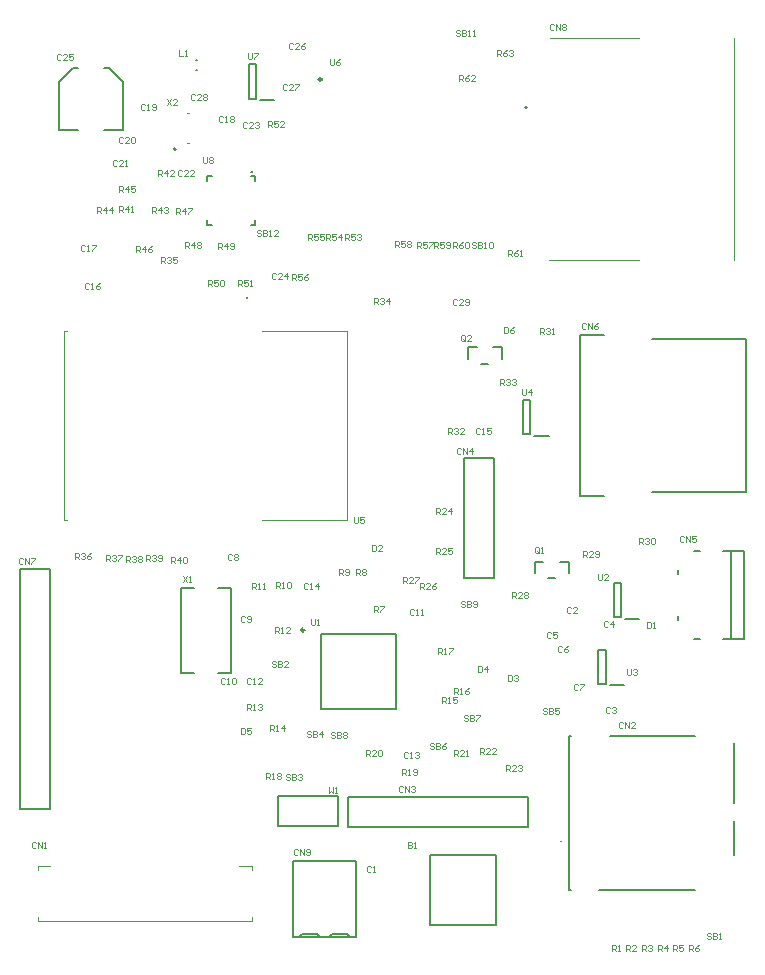
<source format=gto>
G04*
G04 #@! TF.GenerationSoftware,Altium Limited,Altium Designer,20.1.11 (218)*
G04*
G04 Layer_Color=65535*
%FSLAX24Y24*%
%MOIN*%
G70*
G04*
G04 #@! TF.SameCoordinates,FE305F3D-5073-4B85-8CB4-D00664FC1F7A*
G04*
G04*
G04 #@! TF.FilePolarity,Positive*
G04*
G01*
G75*
%ADD10C,0.0079*%
%ADD11C,0.0098*%
%ADD12C,0.0039*%
%ADD13C,0.0040*%
D10*
X28534Y41527D02*
G03*
X28613Y41527I39J0D01*
G01*
D02*
G03*
X28534Y41527I-39J0D01*
G01*
X40241Y42908D02*
G03*
X40320Y42908I39J0D01*
G01*
D02*
G03*
X40241Y42908I-39J0D01*
G01*
X30978Y36591D02*
G03*
X30978Y36552I0J-20D01*
G01*
D02*
G03*
X30978Y36591I0J20D01*
G01*
D02*
G03*
X30978Y36552I0J-20D01*
G01*
X31032Y43204D02*
X31268D01*
X31032D02*
Y44356D01*
X31268D01*
Y43204D02*
Y44356D01*
X31406Y43150D02*
X31878D01*
X29270Y44487D02*
X29310D01*
X29270Y44173D02*
X29310D01*
X29270Y44173D02*
X29310D01*
X29270Y44488D02*
X29310D01*
X25189Y44244D02*
X25347D01*
X24717Y43771D02*
X25189Y44244D01*
X24717Y42157D02*
Y43771D01*
Y42157D02*
X25347D01*
X26213Y44244D02*
X26371D01*
X26843Y43771D01*
Y42157D02*
Y43771D01*
X26213Y42157D02*
X26843D01*
X44466Y35199D02*
X47616D01*
Y30081D02*
Y35199D01*
X42065Y35317D02*
X42892D01*
X44466Y30081D02*
X47616D01*
X42065Y29963D02*
X42892D01*
X42065Y35317D02*
X42065Y29963D01*
X39481Y34542D02*
Y34916D01*
X39186D02*
X39481D01*
X38339D02*
X38634D01*
X38339Y34542D02*
Y34916D01*
X38792Y34364D02*
X39028D01*
X38210Y31240D02*
X39210D01*
Y27240D02*
Y31240D01*
X38210Y27240D02*
Y31240D01*
Y27240D02*
X39210D01*
X43212Y25924D02*
X43448D01*
X43212D02*
Y27076D01*
X43448D01*
Y25924D02*
Y27076D01*
X43586Y25870D02*
X44058D01*
X42695Y23685D02*
X42951D01*
X42695D02*
Y24846D01*
X42951D01*
Y23685D02*
Y24846D01*
X43089Y23675D02*
X43542D01*
X23420Y19540D02*
Y27540D01*
Y19540D02*
X24420D01*
Y27540D01*
X23420D02*
X24420D01*
X34350Y18920D02*
X40350D01*
X34350Y19920D02*
X40350D01*
X34350Y18920D02*
Y19920D01*
X40350Y18920D02*
Y19920D01*
X32810Y15370D02*
X33310D01*
X32710Y15260D02*
X32810Y15370D01*
X33310D02*
X33410Y15260D01*
X34310Y15370D02*
X34410Y15260D01*
X33710D02*
X33810Y15370D01*
X34310D01*
X32497Y17780D02*
X34584D01*
X32497Y15260D02*
Y17780D01*
Y15260D02*
X34623D01*
Y17780D01*
X34584D02*
X34623D01*
X37065Y18011D02*
X39285D01*
X37065Y15649D02*
Y18011D01*
X39285Y15649D02*
Y18011D01*
X37065Y15649D02*
X39285D01*
X30004Y24064D02*
X30456D01*
X30004Y26899D02*
X30456D01*
X28764D02*
X29216D01*
X28764Y24064D02*
X29216D01*
X30456D02*
Y26899D01*
X28764Y24064D02*
Y26899D01*
X33457Y25352D02*
X35937D01*
Y22872D02*
Y25352D01*
X33457Y22872D02*
X35937D01*
X33457D02*
Y25352D01*
X42728Y16819D02*
X45917D01*
X41698D02*
X41783D01*
X41698D02*
Y21961D01*
X41783D01*
X43082D02*
X45917D01*
X47216Y21713D02*
X47222Y19744D01*
Y18012D02*
Y19114D01*
X31257Y39003D02*
Y39160D01*
X31100Y39003D02*
X31257D01*
X29643D02*
X29800D01*
X29643D02*
Y39160D01*
Y40460D02*
Y40617D01*
X29800D01*
X31257Y40460D02*
Y40617D01*
X31100D02*
X31257D01*
X47110Y28119D02*
X47543D01*
Y25206D02*
Y28119D01*
X47110Y25206D02*
X47543D01*
X47110D02*
Y28119D01*
X46834Y25206D02*
X47110D01*
X45889D02*
X46086D01*
X45338Y25836D02*
Y25954D01*
Y27371D02*
Y27489D01*
X45889Y28119D02*
X46086D01*
X46834D02*
X47110D01*
X32010Y18966D02*
X34010D01*
Y19966D01*
X32010D02*
X34010D01*
X32010Y18966D02*
Y19966D01*
X40561Y31960D02*
X41034D01*
X40424Y32014D02*
Y33166D01*
X40187D02*
X40424D01*
X40187Y32014D02*
Y33166D01*
Y32014D02*
X40424D01*
X41018Y27218D02*
X41254D01*
X40565Y27395D02*
Y27769D01*
X40860D01*
X41412D02*
X41707D01*
Y27395D02*
Y27769D01*
D11*
X33469Y43849D02*
G03*
X33469Y43849I-49J0D01*
G01*
X32886Y25490D02*
G03*
X32886Y25490I-49J0D01*
G01*
X31147Y40760D02*
G03*
X31147Y40760I-20J0D01*
G01*
D12*
X41468Y18453D02*
G03*
X41428Y18453I-20J0D01*
G01*
D02*
G03*
X41468Y18453I20J0D01*
G01*
X28967Y42727D02*
X29046D01*
X28967Y41743D02*
X29046D01*
X41076Y45231D02*
X44060D01*
X41060Y37829D02*
X44060D01*
X47225D02*
Y45231D01*
X31470Y35450D02*
X34324D01*
X31470D02*
X34324D01*
Y29150D02*
Y35450D01*
Y29150D02*
Y35450D01*
X31470Y29150D02*
X34324D01*
X31470D02*
X34324D01*
X24876D02*
X24974D01*
X24876D02*
X24974D01*
X24876D02*
Y35450D01*
Y29150D02*
Y35450D01*
X24974D01*
X24876D02*
X24974D01*
X24004Y17620D02*
X24418D01*
X24004Y17502D02*
Y17620D01*
X30717D02*
X31130D01*
Y17502D02*
Y17620D01*
Y15809D02*
Y15927D01*
X24004Y15809D02*
X31130D01*
X24004D02*
Y15927D01*
D13*
X32677Y18147D02*
X32643Y18180D01*
X32577D01*
X32543Y18147D01*
Y18013D01*
X32577Y17980D01*
X32643D01*
X32677Y18013D01*
X32743Y17980D02*
Y18180D01*
X32877Y17980D01*
Y18180D01*
X32943Y18013D02*
X32977Y17980D01*
X33043D01*
X33077Y18013D01*
Y18147D01*
X33043Y18180D01*
X32977D01*
X32943Y18147D01*
Y18113D01*
X32977Y18080D01*
X33077D01*
X36187Y20257D02*
X36153Y20290D01*
X36087D01*
X36053Y20257D01*
Y20123D01*
X36087Y20090D01*
X36153D01*
X36187Y20123D01*
X36253Y20090D02*
Y20290D01*
X36387Y20090D01*
Y20290D01*
X36453Y20257D02*
X36487Y20290D01*
X36553D01*
X36587Y20257D01*
Y20223D01*
X36553Y20190D01*
X36520D01*
X36553D01*
X36587Y20157D01*
Y20123D01*
X36553Y20090D01*
X36487D01*
X36453Y20123D01*
X23930Y18397D02*
X23897Y18430D01*
X23830D01*
X23797Y18397D01*
Y18263D01*
X23830Y18230D01*
X23897D01*
X23930Y18263D01*
X23997Y18230D02*
Y18430D01*
X24130Y18230D01*
Y18430D01*
X24197Y18230D02*
X24263D01*
X24230D01*
Y18430D01*
X24197Y18397D01*
X28313Y43180D02*
X28447Y42980D01*
Y43180D02*
X28313Y42980D01*
X28647D02*
X28513D01*
X28647Y43113D01*
Y43147D01*
X28613Y43180D01*
X28547D01*
X28513Y43147D01*
X28847Y27310D02*
X28980Y27110D01*
Y27310D02*
X28847Y27110D01*
X29047D02*
X29113D01*
X29080D01*
Y27310D01*
X29047Y27277D01*
X33727Y20266D02*
Y20066D01*
X33793Y20132D01*
X33860Y20066D01*
Y20266D01*
X33927Y20066D02*
X33993D01*
X33960D01*
Y20266D01*
X33927Y20232D01*
X29510Y41270D02*
Y41103D01*
X29543Y41070D01*
X29610D01*
X29643Y41103D01*
Y41270D01*
X29710Y41237D02*
X29743Y41270D01*
X29810D01*
X29843Y41237D01*
Y41203D01*
X29810Y41170D01*
X29843Y41137D01*
Y41103D01*
X29810Y41070D01*
X29743D01*
X29710Y41103D01*
Y41137D01*
X29743Y41170D01*
X29710Y41203D01*
Y41237D01*
X29743Y41170D02*
X29810D01*
X31013Y44730D02*
Y44563D01*
X31047Y44530D01*
X31113D01*
X31147Y44563D01*
Y44730D01*
X31213D02*
X31347D01*
Y44697D01*
X31213Y44563D01*
Y44530D01*
X33753Y44540D02*
Y44373D01*
X33787Y44340D01*
X33853D01*
X33887Y44373D01*
Y44540D01*
X34087D02*
X34020Y44507D01*
X33953Y44440D01*
Y44373D01*
X33987Y44340D01*
X34053D01*
X34087Y44373D01*
Y44407D01*
X34053Y44440D01*
X33953D01*
X34533Y29270D02*
Y29103D01*
X34567Y29070D01*
X34633D01*
X34667Y29103D01*
Y29270D01*
X34867D02*
X34733D01*
Y29170D01*
X34800Y29203D01*
X34833D01*
X34867Y29170D01*
Y29103D01*
X34833Y29070D01*
X34767D01*
X34733Y29103D01*
X40143Y33530D02*
Y33363D01*
X40177Y33330D01*
X40243D01*
X40277Y33363D01*
Y33530D01*
X40443Y33330D02*
Y33530D01*
X40343Y33430D01*
X40477D01*
X43633Y24200D02*
Y24033D01*
X43667Y24000D01*
X43733D01*
X43767Y24033D01*
Y24200D01*
X43833Y24167D02*
X43867Y24200D01*
X43933D01*
X43967Y24167D01*
Y24133D01*
X43933Y24100D01*
X43900D01*
X43933D01*
X43967Y24067D01*
Y24033D01*
X43933Y24000D01*
X43867D01*
X43833Y24033D01*
X42683Y27370D02*
Y27203D01*
X42717Y27170D01*
X42783D01*
X42817Y27203D01*
Y27370D01*
X43017Y27170D02*
X42883D01*
X43017Y27303D01*
Y27337D01*
X42983Y27370D01*
X42917D01*
X42883Y27337D01*
X33097Y25870D02*
Y25703D01*
X33130Y25670D01*
X33197D01*
X33230Y25703D01*
Y25870D01*
X33297Y25670D02*
X33363D01*
X33330D01*
Y25870D01*
X33297Y25837D01*
X31433Y38807D02*
X31400Y38840D01*
X31333D01*
X31300Y38807D01*
Y38773D01*
X31333Y38740D01*
X31400D01*
X31433Y38707D01*
Y38673D01*
X31400Y38640D01*
X31333D01*
X31300Y38673D01*
X31500Y38840D02*
Y38640D01*
X31600D01*
X31633Y38673D01*
Y38707D01*
X31600Y38740D01*
X31500D01*
X31600D01*
X31633Y38773D01*
Y38807D01*
X31600Y38840D01*
X31500D01*
X31700Y38640D02*
X31767D01*
X31733D01*
Y38840D01*
X31700Y38807D01*
X32000Y38640D02*
X31867D01*
X32000Y38773D01*
Y38807D01*
X31967Y38840D01*
X31900D01*
X31867Y38807D01*
X38087Y45467D02*
X38053Y45500D01*
X37987D01*
X37953Y45467D01*
Y45433D01*
X37987Y45400D01*
X38053D01*
X38087Y45367D01*
Y45333D01*
X38053Y45300D01*
X37987D01*
X37953Y45333D01*
X38153Y45500D02*
Y45300D01*
X38253D01*
X38287Y45333D01*
Y45367D01*
X38253Y45400D01*
X38153D01*
X38253D01*
X38287Y45433D01*
Y45467D01*
X38253Y45500D01*
X38153D01*
X38353Y45300D02*
X38420D01*
X38387D01*
Y45500D01*
X38353Y45467D01*
X38520Y45300D02*
X38587D01*
X38553D01*
Y45500D01*
X38520Y45467D01*
X38623Y38387D02*
X38590Y38420D01*
X38523D01*
X38490Y38387D01*
Y38353D01*
X38523Y38320D01*
X38590D01*
X38623Y38287D01*
Y38253D01*
X38590Y38220D01*
X38523D01*
X38490Y38253D01*
X38690Y38420D02*
Y38220D01*
X38790D01*
X38823Y38253D01*
Y38287D01*
X38790Y38320D01*
X38690D01*
X38790D01*
X38823Y38353D01*
Y38387D01*
X38790Y38420D01*
X38690D01*
X38890Y38220D02*
X38957D01*
X38923D01*
Y38420D01*
X38890Y38387D01*
X39057D02*
X39090Y38420D01*
X39157D01*
X39190Y38387D01*
Y38253D01*
X39157Y38220D01*
X39090D01*
X39057Y38253D01*
Y38387D01*
X38247Y26417D02*
X38213Y26450D01*
X38147D01*
X38113Y26417D01*
Y26383D01*
X38147Y26350D01*
X38213D01*
X38247Y26317D01*
Y26283D01*
X38213Y26250D01*
X38147D01*
X38113Y26283D01*
X38313Y26450D02*
Y26250D01*
X38413D01*
X38447Y26283D01*
Y26317D01*
X38413Y26350D01*
X38313D01*
X38413D01*
X38447Y26383D01*
Y26417D01*
X38413Y26450D01*
X38313D01*
X38513Y26283D02*
X38547Y26250D01*
X38613D01*
X38647Y26283D01*
Y26417D01*
X38613Y26450D01*
X38547D01*
X38513Y26417D01*
Y26383D01*
X38547Y26350D01*
X38647D01*
X33927Y22057D02*
X33893Y22090D01*
X33827D01*
X33793Y22057D01*
Y22023D01*
X33827Y21990D01*
X33893D01*
X33927Y21957D01*
Y21923D01*
X33893Y21890D01*
X33827D01*
X33793Y21923D01*
X33993Y22090D02*
Y21890D01*
X34093D01*
X34127Y21923D01*
Y21957D01*
X34093Y21990D01*
X33993D01*
X34093D01*
X34127Y22023D01*
Y22057D01*
X34093Y22090D01*
X33993D01*
X34193Y22057D02*
X34227Y22090D01*
X34293D01*
X34327Y22057D01*
Y22023D01*
X34293Y21990D01*
X34327Y21957D01*
Y21923D01*
X34293Y21890D01*
X34227D01*
X34193Y21923D01*
Y21957D01*
X34227Y21990D01*
X34193Y22023D01*
Y22057D01*
X34227Y21990D02*
X34293D01*
X38347Y22617D02*
X38313Y22650D01*
X38247D01*
X38213Y22617D01*
Y22583D01*
X38247Y22550D01*
X38313D01*
X38347Y22517D01*
Y22483D01*
X38313Y22450D01*
X38247D01*
X38213Y22483D01*
X38413Y22650D02*
Y22450D01*
X38513D01*
X38547Y22483D01*
Y22517D01*
X38513Y22550D01*
X38413D01*
X38513D01*
X38547Y22583D01*
Y22617D01*
X38513Y22650D01*
X38413D01*
X38613D02*
X38747D01*
Y22617D01*
X38613Y22483D01*
Y22450D01*
X37227Y21707D02*
X37193Y21740D01*
X37127D01*
X37093Y21707D01*
Y21673D01*
X37127Y21640D01*
X37193D01*
X37227Y21607D01*
Y21573D01*
X37193Y21540D01*
X37127D01*
X37093Y21573D01*
X37293Y21740D02*
Y21540D01*
X37393D01*
X37427Y21573D01*
Y21607D01*
X37393Y21640D01*
X37293D01*
X37393D01*
X37427Y21673D01*
Y21707D01*
X37393Y21740D01*
X37293D01*
X37627D02*
X37560Y21707D01*
X37493Y21640D01*
Y21573D01*
X37527Y21540D01*
X37593D01*
X37627Y21573D01*
Y21607D01*
X37593Y21640D01*
X37493D01*
X40977Y22847D02*
X40943Y22880D01*
X40877D01*
X40843Y22847D01*
Y22813D01*
X40877Y22780D01*
X40943D01*
X40977Y22747D01*
Y22713D01*
X40943Y22680D01*
X40877D01*
X40843Y22713D01*
X41043Y22880D02*
Y22680D01*
X41143D01*
X41177Y22713D01*
Y22747D01*
X41143Y22780D01*
X41043D01*
X41143D01*
X41177Y22813D01*
Y22847D01*
X41143Y22880D01*
X41043D01*
X41377D02*
X41243D01*
Y22780D01*
X41310Y22813D01*
X41343D01*
X41377Y22780D01*
Y22713D01*
X41343Y22680D01*
X41277D01*
X41243Y22713D01*
X33127Y22107D02*
X33093Y22140D01*
X33027D01*
X32993Y22107D01*
Y22073D01*
X33027Y22040D01*
X33093D01*
X33127Y22007D01*
Y21973D01*
X33093Y21940D01*
X33027D01*
X32993Y21973D01*
X33193Y22140D02*
Y21940D01*
X33293D01*
X33327Y21973D01*
Y22007D01*
X33293Y22040D01*
X33193D01*
X33293D01*
X33327Y22073D01*
Y22107D01*
X33293Y22140D01*
X33193D01*
X33493Y21940D02*
Y22140D01*
X33393Y22040D01*
X33527D01*
X32397Y20657D02*
X32363Y20690D01*
X32297D01*
X32263Y20657D01*
Y20623D01*
X32297Y20590D01*
X32363D01*
X32397Y20557D01*
Y20523D01*
X32363Y20490D01*
X32297D01*
X32263Y20523D01*
X32463Y20690D02*
Y20490D01*
X32563D01*
X32597Y20523D01*
Y20557D01*
X32563Y20590D01*
X32463D01*
X32563D01*
X32597Y20623D01*
Y20657D01*
X32563Y20690D01*
X32463D01*
X32663Y20657D02*
X32697Y20690D01*
X32763D01*
X32797Y20657D01*
Y20623D01*
X32763Y20590D01*
X32730D01*
X32763D01*
X32797Y20557D01*
Y20523D01*
X32763Y20490D01*
X32697D01*
X32663Y20523D01*
X31957Y24427D02*
X31923Y24460D01*
X31857D01*
X31823Y24427D01*
Y24393D01*
X31857Y24360D01*
X31923D01*
X31957Y24327D01*
Y24293D01*
X31923Y24260D01*
X31857D01*
X31823Y24293D01*
X32023Y24460D02*
Y24260D01*
X32123D01*
X32157Y24293D01*
Y24327D01*
X32123Y24360D01*
X32023D01*
X32123D01*
X32157Y24393D01*
Y24427D01*
X32123Y24460D01*
X32023D01*
X32357Y24260D02*
X32223D01*
X32357Y24393D01*
Y24427D01*
X32323Y24460D01*
X32257D01*
X32223Y24427D01*
X46448Y15347D02*
X46414Y15380D01*
X46348D01*
X46314Y15347D01*
Y15313D01*
X46348Y15280D01*
X46414D01*
X46448Y15247D01*
Y15213D01*
X46414Y15180D01*
X46348D01*
X46314Y15213D01*
X46514Y15380D02*
Y15180D01*
X46614D01*
X46647Y15213D01*
Y15247D01*
X46614Y15280D01*
X46514D01*
X46614D01*
X46647Y15313D01*
Y15347D01*
X46614Y15380D01*
X46514D01*
X46714Y15180D02*
X46781D01*
X46747D01*
Y15380D01*
X46714Y15347D01*
X39323Y44630D02*
Y44830D01*
X39423D01*
X39457Y44797D01*
Y44730D01*
X39423Y44697D01*
X39323D01*
X39390D02*
X39457Y44630D01*
X39657Y44830D02*
X39590Y44797D01*
X39523Y44730D01*
Y44663D01*
X39557Y44630D01*
X39623D01*
X39657Y44663D01*
Y44697D01*
X39623Y44730D01*
X39523D01*
X39723Y44797D02*
X39757Y44830D01*
X39823D01*
X39857Y44797D01*
Y44763D01*
X39823Y44730D01*
X39790D01*
X39823D01*
X39857Y44697D01*
Y44663D01*
X39823Y44630D01*
X39757D01*
X39723Y44663D01*
X38053Y43780D02*
Y43980D01*
X38153D01*
X38187Y43947D01*
Y43880D01*
X38153Y43847D01*
X38053D01*
X38120D02*
X38187Y43780D01*
X38387Y43980D02*
X38320Y43947D01*
X38253Y43880D01*
Y43813D01*
X38287Y43780D01*
X38353D01*
X38387Y43813D01*
Y43847D01*
X38353Y43880D01*
X38253D01*
X38587Y43780D02*
X38453D01*
X38587Y43913D01*
Y43947D01*
X38553Y43980D01*
X38487D01*
X38453Y43947D01*
X39687Y37960D02*
Y38160D01*
X39787D01*
X39820Y38127D01*
Y38060D01*
X39787Y38027D01*
X39687D01*
X39753D02*
X39820Y37960D01*
X40020Y38160D02*
X39953Y38127D01*
X39887Y38060D01*
Y37993D01*
X39920Y37960D01*
X39987D01*
X40020Y37993D01*
Y38027D01*
X39987Y38060D01*
X39887D01*
X40087Y37960D02*
X40153D01*
X40120D01*
Y38160D01*
X40087Y38127D01*
X37843Y38240D02*
Y38440D01*
X37943D01*
X37977Y38407D01*
Y38340D01*
X37943Y38307D01*
X37843D01*
X37910D02*
X37977Y38240D01*
X38177Y38440D02*
X38110Y38407D01*
X38043Y38340D01*
Y38273D01*
X38077Y38240D01*
X38143D01*
X38177Y38273D01*
Y38307D01*
X38143Y38340D01*
X38043D01*
X38243Y38407D02*
X38277Y38440D01*
X38343D01*
X38377Y38407D01*
Y38273D01*
X38343Y38240D01*
X38277D01*
X38243Y38273D01*
Y38407D01*
X37223Y38240D02*
Y38440D01*
X37323D01*
X37357Y38407D01*
Y38340D01*
X37323Y38307D01*
X37223D01*
X37290D02*
X37357Y38240D01*
X37557Y38440D02*
X37423D01*
Y38340D01*
X37490Y38373D01*
X37523D01*
X37557Y38340D01*
Y38273D01*
X37523Y38240D01*
X37457D01*
X37423Y38273D01*
X37623D02*
X37657Y38240D01*
X37723D01*
X37757Y38273D01*
Y38407D01*
X37723Y38440D01*
X37657D01*
X37623Y38407D01*
Y38373D01*
X37657Y38340D01*
X37757D01*
X35913Y38250D02*
Y38450D01*
X36013D01*
X36047Y38417D01*
Y38350D01*
X36013Y38317D01*
X35913D01*
X35980D02*
X36047Y38250D01*
X36247Y38450D02*
X36113D01*
Y38350D01*
X36180Y38383D01*
X36213D01*
X36247Y38350D01*
Y38283D01*
X36213Y38250D01*
X36147D01*
X36113Y38283D01*
X36313Y38417D02*
X36347Y38450D01*
X36413D01*
X36447Y38417D01*
Y38383D01*
X36413Y38350D01*
X36447Y38317D01*
Y38283D01*
X36413Y38250D01*
X36347D01*
X36313Y38283D01*
Y38317D01*
X36347Y38350D01*
X36313Y38383D01*
Y38417D01*
X36347Y38350D02*
X36413D01*
X36633Y38240D02*
Y38440D01*
X36733D01*
X36767Y38407D01*
Y38340D01*
X36733Y38307D01*
X36633D01*
X36700D02*
X36767Y38240D01*
X36967Y38440D02*
X36833D01*
Y38340D01*
X36900Y38373D01*
X36933D01*
X36967Y38340D01*
Y38273D01*
X36933Y38240D01*
X36867D01*
X36833Y38273D01*
X37033Y38440D02*
X37167D01*
Y38407D01*
X37033Y38273D01*
Y38240D01*
X32463Y37160D02*
Y37360D01*
X32563D01*
X32597Y37327D01*
Y37260D01*
X32563Y37227D01*
X32463D01*
X32530D02*
X32597Y37160D01*
X32797Y37360D02*
X32663D01*
Y37260D01*
X32730Y37293D01*
X32763D01*
X32797Y37260D01*
Y37193D01*
X32763Y37160D01*
X32697D01*
X32663Y37193D01*
X32997Y37360D02*
X32930Y37327D01*
X32863Y37260D01*
Y37193D01*
X32897Y37160D01*
X32963D01*
X32997Y37193D01*
Y37227D01*
X32963Y37260D01*
X32863D01*
X33003Y38480D02*
Y38680D01*
X33103D01*
X33137Y38647D01*
Y38580D01*
X33103Y38547D01*
X33003D01*
X33070D02*
X33137Y38480D01*
X33337Y38680D02*
X33203D01*
Y38580D01*
X33270Y38613D01*
X33303D01*
X33337Y38580D01*
Y38513D01*
X33303Y38480D01*
X33237D01*
X33203Y38513D01*
X33537Y38680D02*
X33403D01*
Y38580D01*
X33470Y38613D01*
X33503D01*
X33537Y38580D01*
Y38513D01*
X33503Y38480D01*
X33437D01*
X33403Y38513D01*
X33613Y38480D02*
Y38680D01*
X33713D01*
X33747Y38647D01*
Y38580D01*
X33713Y38547D01*
X33613D01*
X33680D02*
X33747Y38480D01*
X33947Y38680D02*
X33813D01*
Y38580D01*
X33880Y38613D01*
X33913D01*
X33947Y38580D01*
Y38513D01*
X33913Y38480D01*
X33847D01*
X33813Y38513D01*
X34113Y38480D02*
Y38680D01*
X34013Y38580D01*
X34147D01*
X34253Y38490D02*
Y38690D01*
X34353D01*
X34387Y38657D01*
Y38590D01*
X34353Y38557D01*
X34253D01*
X34320D02*
X34387Y38490D01*
X34587Y38690D02*
X34453D01*
Y38590D01*
X34520Y38623D01*
X34553D01*
X34587Y38590D01*
Y38523D01*
X34553Y38490D01*
X34487D01*
X34453Y38523D01*
X34653Y38657D02*
X34687Y38690D01*
X34753D01*
X34787Y38657D01*
Y38623D01*
X34753Y38590D01*
X34720D01*
X34753D01*
X34787Y38557D01*
Y38523D01*
X34753Y38490D01*
X34687D01*
X34653Y38523D01*
X31673Y42260D02*
Y42460D01*
X31773D01*
X31807Y42427D01*
Y42360D01*
X31773Y42327D01*
X31673D01*
X31740D02*
X31807Y42260D01*
X32007Y42460D02*
X31873D01*
Y42360D01*
X31940Y42393D01*
X31973D01*
X32007Y42360D01*
Y42293D01*
X31973Y42260D01*
X31907D01*
X31873Y42293D01*
X32207Y42260D02*
X32073D01*
X32207Y42393D01*
Y42427D01*
X32173Y42460D01*
X32107D01*
X32073Y42427D01*
X30667Y36950D02*
Y37150D01*
X30767D01*
X30800Y37117D01*
Y37050D01*
X30767Y37017D01*
X30667D01*
X30733D02*
X30800Y36950D01*
X31000Y37150D02*
X30867D01*
Y37050D01*
X30933Y37083D01*
X30967D01*
X31000Y37050D01*
Y36983D01*
X30967Y36950D01*
X30900D01*
X30867Y36983D01*
X31067Y36950D02*
X31133D01*
X31100D01*
Y37150D01*
X31067Y37117D01*
X29673Y36960D02*
Y37160D01*
X29773D01*
X29807Y37127D01*
Y37060D01*
X29773Y37027D01*
X29673D01*
X29740D02*
X29807Y36960D01*
X30007Y37160D02*
X29873D01*
Y37060D01*
X29940Y37093D01*
X29973D01*
X30007Y37060D01*
Y36993D01*
X29973Y36960D01*
X29907D01*
X29873Y36993D01*
X30073Y37127D02*
X30107Y37160D01*
X30173D01*
X30207Y37127D01*
Y36993D01*
X30173Y36960D01*
X30107D01*
X30073Y36993D01*
Y37127D01*
X30023Y38200D02*
Y38400D01*
X30123D01*
X30157Y38367D01*
Y38300D01*
X30123Y38267D01*
X30023D01*
X30090D02*
X30157Y38200D01*
X30323D02*
Y38400D01*
X30223Y38300D01*
X30357D01*
X30423Y38233D02*
X30457Y38200D01*
X30523D01*
X30557Y38233D01*
Y38367D01*
X30523Y38400D01*
X30457D01*
X30423Y38367D01*
Y38333D01*
X30457Y38300D01*
X30557D01*
X28913Y38230D02*
Y38430D01*
X29013D01*
X29047Y38397D01*
Y38330D01*
X29013Y38297D01*
X28913D01*
X28980D02*
X29047Y38230D01*
X29213D02*
Y38430D01*
X29113Y38330D01*
X29247D01*
X29313Y38397D02*
X29347Y38430D01*
X29413D01*
X29447Y38397D01*
Y38363D01*
X29413Y38330D01*
X29447Y38297D01*
Y38263D01*
X29413Y38230D01*
X29347D01*
X29313Y38263D01*
Y38297D01*
X29347Y38330D01*
X29313Y38363D01*
Y38397D01*
X29347Y38330D02*
X29413D01*
X28613Y39370D02*
Y39570D01*
X28713D01*
X28747Y39537D01*
Y39470D01*
X28713Y39437D01*
X28613D01*
X28680D02*
X28747Y39370D01*
X28913D02*
Y39570D01*
X28813Y39470D01*
X28947D01*
X29013Y39570D02*
X29147D01*
Y39537D01*
X29013Y39403D01*
Y39370D01*
X27283Y38110D02*
Y38310D01*
X27383D01*
X27417Y38277D01*
Y38210D01*
X27383Y38177D01*
X27283D01*
X27350D02*
X27417Y38110D01*
X27583D02*
Y38310D01*
X27483Y38210D01*
X27617D01*
X27817Y38310D02*
X27750Y38277D01*
X27683Y38210D01*
Y38143D01*
X27717Y38110D01*
X27783D01*
X27817Y38143D01*
Y38177D01*
X27783Y38210D01*
X27683D01*
X26713Y40080D02*
Y40280D01*
X26813D01*
X26847Y40247D01*
Y40180D01*
X26813Y40147D01*
X26713D01*
X26780D02*
X26847Y40080D01*
X27013D02*
Y40280D01*
X26913Y40180D01*
X27047D01*
X27247Y40280D02*
X27113D01*
Y40180D01*
X27180Y40213D01*
X27213D01*
X27247Y40180D01*
Y40113D01*
X27213Y40080D01*
X27147D01*
X27113Y40113D01*
X25993Y39390D02*
Y39590D01*
X26093D01*
X26127Y39557D01*
Y39490D01*
X26093Y39457D01*
X25993D01*
X26060D02*
X26127Y39390D01*
X26293D02*
Y39590D01*
X26193Y39490D01*
X26327D01*
X26493Y39390D02*
Y39590D01*
X26393Y39490D01*
X26527D01*
X27813Y39380D02*
Y39580D01*
X27913D01*
X27947Y39547D01*
Y39480D01*
X27913Y39447D01*
X27813D01*
X27880D02*
X27947Y39380D01*
X28113D02*
Y39580D01*
X28013Y39480D01*
X28147D01*
X28213Y39547D02*
X28247Y39580D01*
X28313D01*
X28347Y39547D01*
Y39513D01*
X28313Y39480D01*
X28280D01*
X28313D01*
X28347Y39447D01*
Y39413D01*
X28313Y39380D01*
X28247D01*
X28213Y39413D01*
X28003Y40640D02*
Y40840D01*
X28103D01*
X28137Y40807D01*
Y40740D01*
X28103Y40707D01*
X28003D01*
X28070D02*
X28137Y40640D01*
X28303D02*
Y40840D01*
X28203Y40740D01*
X28337D01*
X28537Y40640D02*
X28403D01*
X28537Y40773D01*
Y40807D01*
X28503Y40840D01*
X28437D01*
X28403Y40807D01*
X26707Y39420D02*
Y39620D01*
X26807D01*
X26840Y39587D01*
Y39520D01*
X26807Y39487D01*
X26707D01*
X26773D02*
X26840Y39420D01*
X27007D02*
Y39620D01*
X26907Y39520D01*
X27040D01*
X27107Y39420D02*
X27173D01*
X27140D01*
Y39620D01*
X27107Y39587D01*
X28433Y27730D02*
Y27930D01*
X28533D01*
X28567Y27897D01*
Y27830D01*
X28533Y27797D01*
X28433D01*
X28500D02*
X28567Y27730D01*
X28733D02*
Y27930D01*
X28633Y27830D01*
X28767D01*
X28833Y27897D02*
X28867Y27930D01*
X28933D01*
X28967Y27897D01*
Y27763D01*
X28933Y27730D01*
X28867D01*
X28833Y27763D01*
Y27897D01*
X27623Y27780D02*
Y27980D01*
X27723D01*
X27757Y27947D01*
Y27880D01*
X27723Y27847D01*
X27623D01*
X27690D02*
X27757Y27780D01*
X27823Y27947D02*
X27857Y27980D01*
X27923D01*
X27957Y27947D01*
Y27913D01*
X27923Y27880D01*
X27890D01*
X27923D01*
X27957Y27847D01*
Y27813D01*
X27923Y27780D01*
X27857D01*
X27823Y27813D01*
X28023D02*
X28057Y27780D01*
X28123D01*
X28157Y27813D01*
Y27947D01*
X28123Y27980D01*
X28057D01*
X28023Y27947D01*
Y27913D01*
X28057Y27880D01*
X28157D01*
X26933Y27750D02*
Y27950D01*
X27033D01*
X27067Y27917D01*
Y27850D01*
X27033Y27817D01*
X26933D01*
X27000D02*
X27067Y27750D01*
X27133Y27917D02*
X27167Y27950D01*
X27233D01*
X27267Y27917D01*
Y27883D01*
X27233Y27850D01*
X27200D01*
X27233D01*
X27267Y27817D01*
Y27783D01*
X27233Y27750D01*
X27167D01*
X27133Y27783D01*
X27333Y27917D02*
X27367Y27950D01*
X27433D01*
X27467Y27917D01*
Y27883D01*
X27433Y27850D01*
X27467Y27817D01*
Y27783D01*
X27433Y27750D01*
X27367D01*
X27333Y27783D01*
Y27817D01*
X27367Y27850D01*
X27333Y27883D01*
Y27917D01*
X27367Y27850D02*
X27433D01*
X26283Y27780D02*
Y27980D01*
X26383D01*
X26417Y27947D01*
Y27880D01*
X26383Y27847D01*
X26283D01*
X26350D02*
X26417Y27780D01*
X26483Y27947D02*
X26517Y27980D01*
X26583D01*
X26617Y27947D01*
Y27913D01*
X26583Y27880D01*
X26550D01*
X26583D01*
X26617Y27847D01*
Y27813D01*
X26583Y27780D01*
X26517D01*
X26483Y27813D01*
X26683Y27980D02*
X26817D01*
Y27947D01*
X26683Y27813D01*
Y27780D01*
X25253Y27860D02*
Y28060D01*
X25353D01*
X25387Y28027D01*
Y27960D01*
X25353Y27927D01*
X25253D01*
X25320D02*
X25387Y27860D01*
X25453Y28027D02*
X25487Y28060D01*
X25553D01*
X25587Y28027D01*
Y27993D01*
X25553Y27960D01*
X25520D01*
X25553D01*
X25587Y27927D01*
Y27893D01*
X25553Y27860D01*
X25487D01*
X25453Y27893D01*
X25787Y28060D02*
X25720Y28027D01*
X25653Y27960D01*
Y27893D01*
X25687Y27860D01*
X25753D01*
X25787Y27893D01*
Y27927D01*
X25753Y27960D01*
X25653D01*
X28123Y37740D02*
Y37940D01*
X28223D01*
X28257Y37907D01*
Y37840D01*
X28223Y37807D01*
X28123D01*
X28190D02*
X28257Y37740D01*
X28323Y37907D02*
X28357Y37940D01*
X28423D01*
X28457Y37907D01*
Y37873D01*
X28423Y37840D01*
X28390D01*
X28423D01*
X28457Y37807D01*
Y37773D01*
X28423Y37740D01*
X28357D01*
X28323Y37773D01*
X28657Y37940D02*
X28523D01*
Y37840D01*
X28590Y37873D01*
X28623D01*
X28657Y37840D01*
Y37773D01*
X28623Y37740D01*
X28557D01*
X28523Y37773D01*
X35223Y36350D02*
Y36550D01*
X35323D01*
X35357Y36517D01*
Y36450D01*
X35323Y36417D01*
X35223D01*
X35290D02*
X35357Y36350D01*
X35423Y36517D02*
X35457Y36550D01*
X35523D01*
X35557Y36517D01*
Y36483D01*
X35523Y36450D01*
X35490D01*
X35523D01*
X35557Y36417D01*
Y36383D01*
X35523Y36350D01*
X35457D01*
X35423Y36383D01*
X35723Y36350D02*
Y36550D01*
X35623Y36450D01*
X35757D01*
X39423Y33660D02*
Y33860D01*
X39523D01*
X39557Y33827D01*
Y33760D01*
X39523Y33727D01*
X39423D01*
X39490D02*
X39557Y33660D01*
X39623Y33827D02*
X39657Y33860D01*
X39723D01*
X39757Y33827D01*
Y33793D01*
X39723Y33760D01*
X39690D01*
X39723D01*
X39757Y33727D01*
Y33693D01*
X39723Y33660D01*
X39657D01*
X39623Y33693D01*
X39823Y33827D02*
X39857Y33860D01*
X39923D01*
X39957Y33827D01*
Y33793D01*
X39923Y33760D01*
X39890D01*
X39923D01*
X39957Y33727D01*
Y33693D01*
X39923Y33660D01*
X39857D01*
X39823Y33693D01*
X37683Y32040D02*
Y32240D01*
X37783D01*
X37817Y32207D01*
Y32140D01*
X37783Y32107D01*
X37683D01*
X37750D02*
X37817Y32040D01*
X37883Y32207D02*
X37917Y32240D01*
X37983D01*
X38017Y32207D01*
Y32173D01*
X37983Y32140D01*
X37950D01*
X37983D01*
X38017Y32107D01*
Y32073D01*
X37983Y32040D01*
X37917D01*
X37883Y32073D01*
X38217Y32040D02*
X38083D01*
X38217Y32173D01*
Y32207D01*
X38183Y32240D01*
X38117D01*
X38083Y32207D01*
X40757Y35350D02*
Y35550D01*
X40857D01*
X40890Y35517D01*
Y35450D01*
X40857Y35417D01*
X40757D01*
X40823D02*
X40890Y35350D01*
X40957Y35517D02*
X40990Y35550D01*
X41057D01*
X41090Y35517D01*
Y35483D01*
X41057Y35450D01*
X41023D01*
X41057D01*
X41090Y35417D01*
Y35383D01*
X41057Y35350D01*
X40990D01*
X40957Y35383D01*
X41157Y35350D02*
X41223D01*
X41190D01*
Y35550D01*
X41157Y35517D01*
X44053Y28360D02*
Y28560D01*
X44153D01*
X44187Y28527D01*
Y28460D01*
X44153Y28427D01*
X44053D01*
X44120D02*
X44187Y28360D01*
X44253Y28527D02*
X44287Y28560D01*
X44353D01*
X44387Y28527D01*
Y28493D01*
X44353Y28460D01*
X44320D01*
X44353D01*
X44387Y28427D01*
Y28393D01*
X44353Y28360D01*
X44287D01*
X44253Y28393D01*
X44453Y28527D02*
X44487Y28560D01*
X44553D01*
X44587Y28527D01*
Y28393D01*
X44553Y28360D01*
X44487D01*
X44453Y28393D01*
Y28527D01*
X42183Y27940D02*
Y28140D01*
X42283D01*
X42317Y28107D01*
Y28040D01*
X42283Y28007D01*
X42183D01*
X42250D02*
X42317Y27940D01*
X42517D02*
X42383D01*
X42517Y28073D01*
Y28107D01*
X42483Y28140D01*
X42417D01*
X42383Y28107D01*
X42583Y27973D02*
X42617Y27940D01*
X42683D01*
X42717Y27973D01*
Y28107D01*
X42683Y28140D01*
X42617D01*
X42583Y28107D01*
Y28073D01*
X42617Y28040D01*
X42717D01*
X39823Y26560D02*
Y26760D01*
X39923D01*
X39957Y26727D01*
Y26660D01*
X39923Y26627D01*
X39823D01*
X39890D02*
X39957Y26560D01*
X40157D02*
X40023D01*
X40157Y26693D01*
Y26727D01*
X40123Y26760D01*
X40057D01*
X40023Y26727D01*
X40223D02*
X40257Y26760D01*
X40323D01*
X40357Y26727D01*
Y26693D01*
X40323Y26660D01*
X40357Y26627D01*
Y26593D01*
X40323Y26560D01*
X40257D01*
X40223Y26593D01*
Y26627D01*
X40257Y26660D01*
X40223Y26693D01*
Y26727D01*
X40257Y26660D02*
X40323D01*
X36193Y27070D02*
Y27270D01*
X36293D01*
X36327Y27237D01*
Y27170D01*
X36293Y27137D01*
X36193D01*
X36260D02*
X36327Y27070D01*
X36527D02*
X36393D01*
X36527Y27203D01*
Y27237D01*
X36493Y27270D01*
X36427D01*
X36393Y27237D01*
X36593Y27270D02*
X36727D01*
Y27237D01*
X36593Y27103D01*
Y27070D01*
X36753Y26850D02*
Y27050D01*
X36853D01*
X36887Y27017D01*
Y26950D01*
X36853Y26917D01*
X36753D01*
X36820D02*
X36887Y26850D01*
X37087D02*
X36953D01*
X37087Y26983D01*
Y27017D01*
X37053Y27050D01*
X36987D01*
X36953Y27017D01*
X37287Y27050D02*
X37220Y27017D01*
X37153Y26950D01*
Y26883D01*
X37187Y26850D01*
X37253D01*
X37287Y26883D01*
Y26917D01*
X37253Y26950D01*
X37153D01*
X37283Y28030D02*
Y28230D01*
X37383D01*
X37417Y28197D01*
Y28130D01*
X37383Y28097D01*
X37283D01*
X37350D02*
X37417Y28030D01*
X37617D02*
X37483D01*
X37617Y28163D01*
Y28197D01*
X37583Y28230D01*
X37517D01*
X37483Y28197D01*
X37817Y28230D02*
X37683D01*
Y28130D01*
X37750Y28163D01*
X37783D01*
X37817Y28130D01*
Y28063D01*
X37783Y28030D01*
X37717D01*
X37683Y28063D01*
X37293Y29370D02*
Y29570D01*
X37393D01*
X37427Y29537D01*
Y29470D01*
X37393Y29437D01*
X37293D01*
X37360D02*
X37427Y29370D01*
X37627D02*
X37493D01*
X37627Y29503D01*
Y29537D01*
X37593Y29570D01*
X37527D01*
X37493Y29537D01*
X37793Y29370D02*
Y29570D01*
X37693Y29470D01*
X37827D01*
X39603Y20800D02*
Y21000D01*
X39703D01*
X39737Y20967D01*
Y20900D01*
X39703Y20867D01*
X39603D01*
X39670D02*
X39737Y20800D01*
X39937D02*
X39803D01*
X39937Y20933D01*
Y20967D01*
X39903Y21000D01*
X39837D01*
X39803Y20967D01*
X40003D02*
X40037Y21000D01*
X40103D01*
X40137Y20967D01*
Y20933D01*
X40103Y20900D01*
X40070D01*
X40103D01*
X40137Y20867D01*
Y20833D01*
X40103Y20800D01*
X40037D01*
X40003Y20833D01*
X38733Y21350D02*
Y21550D01*
X38833D01*
X38867Y21517D01*
Y21450D01*
X38833Y21417D01*
X38733D01*
X38800D02*
X38867Y21350D01*
X39067D02*
X38933D01*
X39067Y21483D01*
Y21517D01*
X39033Y21550D01*
X38967D01*
X38933Y21517D01*
X39267Y21350D02*
X39133D01*
X39267Y21483D01*
Y21517D01*
X39233Y21550D01*
X39167D01*
X39133Y21517D01*
X37877Y21280D02*
Y21480D01*
X37977D01*
X38010Y21447D01*
Y21380D01*
X37977Y21347D01*
X37877D01*
X37943D02*
X38010Y21280D01*
X38210D02*
X38077D01*
X38210Y21413D01*
Y21447D01*
X38177Y21480D01*
X38110D01*
X38077Y21447D01*
X38277Y21280D02*
X38343D01*
X38310D01*
Y21480D01*
X38277Y21447D01*
X34933Y21290D02*
Y21490D01*
X35033D01*
X35067Y21457D01*
Y21390D01*
X35033Y21357D01*
X34933D01*
X35000D02*
X35067Y21290D01*
X35267D02*
X35133D01*
X35267Y21423D01*
Y21457D01*
X35233Y21490D01*
X35167D01*
X35133Y21457D01*
X35333D02*
X35367Y21490D01*
X35433D01*
X35467Y21457D01*
Y21323D01*
X35433Y21290D01*
X35367D01*
X35333Y21323D01*
Y21457D01*
X36130Y20650D02*
Y20850D01*
X36230D01*
X36263Y20817D01*
Y20750D01*
X36230Y20717D01*
X36130D01*
X36197D02*
X36263Y20650D01*
X36330D02*
X36397D01*
X36363D01*
Y20850D01*
X36330Y20817D01*
X36497Y20683D02*
X36530Y20650D01*
X36597D01*
X36630Y20683D01*
Y20817D01*
X36597Y20850D01*
X36530D01*
X36497Y20817D01*
Y20783D01*
X36530Y20750D01*
X36630D01*
X31600Y20520D02*
Y20720D01*
X31700D01*
X31733Y20687D01*
Y20620D01*
X31700Y20587D01*
X31600D01*
X31667D02*
X31733Y20520D01*
X31800D02*
X31867D01*
X31833D01*
Y20720D01*
X31800Y20687D01*
X31967D02*
X32000Y20720D01*
X32067D01*
X32100Y20687D01*
Y20653D01*
X32067Y20620D01*
X32100Y20587D01*
Y20553D01*
X32067Y20520D01*
X32000D01*
X31967Y20553D01*
Y20587D01*
X32000Y20620D01*
X31967Y20653D01*
Y20687D01*
X32000Y20620D02*
X32067D01*
X37360Y24680D02*
Y24880D01*
X37460D01*
X37493Y24847D01*
Y24780D01*
X37460Y24747D01*
X37360D01*
X37427D02*
X37493Y24680D01*
X37560D02*
X37627D01*
X37593D01*
Y24880D01*
X37560Y24847D01*
X37727Y24880D02*
X37860D01*
Y24847D01*
X37727Y24713D01*
Y24680D01*
X37870Y23370D02*
Y23570D01*
X37970D01*
X38003Y23537D01*
Y23470D01*
X37970Y23437D01*
X37870D01*
X37937D02*
X38003Y23370D01*
X38070D02*
X38137D01*
X38103D01*
Y23570D01*
X38070Y23537D01*
X38370Y23570D02*
X38303Y23537D01*
X38237Y23470D01*
Y23403D01*
X38270Y23370D01*
X38337D01*
X38370Y23403D01*
Y23437D01*
X38337Y23470D01*
X38237D01*
X37480Y23060D02*
Y23260D01*
X37580D01*
X37613Y23227D01*
Y23160D01*
X37580Y23127D01*
X37480D01*
X37547D02*
X37613Y23060D01*
X37680D02*
X37747D01*
X37713D01*
Y23260D01*
X37680Y23227D01*
X37980Y23260D02*
X37847D01*
Y23160D01*
X37913Y23193D01*
X37947D01*
X37980Y23160D01*
Y23093D01*
X37947Y23060D01*
X37880D01*
X37847Y23093D01*
X31730Y22140D02*
Y22340D01*
X31830D01*
X31863Y22307D01*
Y22240D01*
X31830Y22207D01*
X31730D01*
X31797D02*
X31863Y22140D01*
X31930D02*
X31997D01*
X31963D01*
Y22340D01*
X31930Y22307D01*
X32197Y22140D02*
Y22340D01*
X32097Y22240D01*
X32230D01*
X30970Y22830D02*
Y23030D01*
X31070D01*
X31103Y22997D01*
Y22930D01*
X31070Y22897D01*
X30970D01*
X31037D02*
X31103Y22830D01*
X31170D02*
X31237D01*
X31203D01*
Y23030D01*
X31170Y22997D01*
X31337D02*
X31370Y23030D01*
X31437D01*
X31470Y22997D01*
Y22963D01*
X31437Y22930D01*
X31403D01*
X31437D01*
X31470Y22897D01*
Y22863D01*
X31437Y22830D01*
X31370D01*
X31337Y22863D01*
X31900Y25400D02*
Y25600D01*
X32000D01*
X32033Y25567D01*
Y25500D01*
X32000Y25467D01*
X31900D01*
X31967D02*
X32033Y25400D01*
X32100D02*
X32167D01*
X32133D01*
Y25600D01*
X32100Y25567D01*
X32400Y25400D02*
X32267D01*
X32400Y25533D01*
Y25567D01*
X32367Y25600D01*
X32300D01*
X32267Y25567D01*
X31143Y26872D02*
Y27072D01*
X31243D01*
X31277Y27038D01*
Y26972D01*
X31243Y26938D01*
X31143D01*
X31210D02*
X31277Y26872D01*
X31343D02*
X31410D01*
X31377D01*
Y27072D01*
X31343Y27038D01*
X31510Y26872D02*
X31577D01*
X31543D01*
Y27072D01*
X31510Y27038D01*
X31960Y26891D02*
Y27091D01*
X32060D01*
X32093Y27058D01*
Y26991D01*
X32060Y26958D01*
X31960D01*
X32027D02*
X32093Y26891D01*
X32160D02*
X32227D01*
X32193D01*
Y27091D01*
X32160Y27058D01*
X32327D02*
X32360Y27091D01*
X32427D01*
X32460Y27058D01*
Y26925D01*
X32427Y26891D01*
X32360D01*
X32327Y26925D01*
Y27058D01*
X34042Y27340D02*
Y27540D01*
X34142D01*
X34176Y27507D01*
Y27440D01*
X34142Y27407D01*
X34042D01*
X34109D02*
X34176Y27340D01*
X34242Y27373D02*
X34276Y27340D01*
X34342D01*
X34376Y27373D01*
Y27507D01*
X34342Y27540D01*
X34276D01*
X34242Y27507D01*
Y27473D01*
X34276Y27440D01*
X34376D01*
X34613Y27340D02*
Y27540D01*
X34713D01*
X34747Y27507D01*
Y27440D01*
X34713Y27407D01*
X34613D01*
X34680D02*
X34747Y27340D01*
X34813Y27507D02*
X34847Y27540D01*
X34913D01*
X34947Y27507D01*
Y27473D01*
X34913Y27440D01*
X34947Y27407D01*
Y27373D01*
X34913Y27340D01*
X34847D01*
X34813Y27373D01*
Y27407D01*
X34847Y27440D01*
X34813Y27473D01*
Y27507D01*
X34847Y27440D02*
X34913D01*
X35213Y26080D02*
Y26280D01*
X35313D01*
X35347Y26247D01*
Y26180D01*
X35313Y26147D01*
X35213D01*
X35280D02*
X35347Y26080D01*
X35413Y26280D02*
X35547D01*
Y26247D01*
X35413Y26113D01*
Y26080D01*
X45703Y14790D02*
Y14990D01*
X45803D01*
X45837Y14957D01*
Y14890D01*
X45803Y14857D01*
X45703D01*
X45770D02*
X45837Y14790D01*
X46037Y14990D02*
X45970Y14957D01*
X45903Y14890D01*
Y14823D01*
X45937Y14790D01*
X46003D01*
X46037Y14823D01*
Y14857D01*
X46003Y14890D01*
X45903D01*
X45173Y14800D02*
Y15000D01*
X45273D01*
X45307Y14967D01*
Y14900D01*
X45273Y14867D01*
X45173D01*
X45240D02*
X45307Y14800D01*
X45507Y15000D02*
X45373D01*
Y14900D01*
X45440Y14933D01*
X45473D01*
X45507Y14900D01*
Y14833D01*
X45473Y14800D01*
X45407D01*
X45373Y14833D01*
X44663Y14810D02*
Y15010D01*
X44763D01*
X44797Y14977D01*
Y14910D01*
X44763Y14877D01*
X44663D01*
X44730D02*
X44797Y14810D01*
X44963D02*
Y15010D01*
X44863Y14910D01*
X44997D01*
X44133Y14810D02*
Y15010D01*
X44233D01*
X44267Y14977D01*
Y14910D01*
X44233Y14877D01*
X44133D01*
X44200D02*
X44267Y14810D01*
X44333Y14977D02*
X44367Y15010D01*
X44433D01*
X44467Y14977D01*
Y14943D01*
X44433Y14910D01*
X44400D01*
X44433D01*
X44467Y14877D01*
Y14843D01*
X44433Y14810D01*
X44367D01*
X44333Y14843D01*
X43601Y14804D02*
Y15004D01*
X43701D01*
X43734Y14971D01*
Y14904D01*
X43701Y14871D01*
X43601D01*
X43667D02*
X43734Y14804D01*
X43934D02*
X43801D01*
X43934Y14938D01*
Y14971D01*
X43901Y15004D01*
X43834D01*
X43801Y14971D01*
X43147Y14800D02*
Y15000D01*
X43247D01*
X43280Y14967D01*
Y14900D01*
X43247Y14867D01*
X43147D01*
X43213D02*
X43280Y14800D01*
X43347D02*
X43413D01*
X43380D01*
Y15000D01*
X43347Y14967D01*
X38237Y35163D02*
Y35297D01*
X38203Y35330D01*
X38137D01*
X38103Y35297D01*
Y35163D01*
X38137Y35130D01*
X38203D01*
X38170Y35197D02*
X38237Y35130D01*
X38203D02*
X38237Y35163D01*
X38437Y35130D02*
X38303D01*
X38437Y35263D01*
Y35297D01*
X38403Y35330D01*
X38337D01*
X38303Y35297D01*
X40710Y28083D02*
Y28217D01*
X40677Y28250D01*
X40610D01*
X40577Y28217D01*
Y28083D01*
X40610Y28050D01*
X40677D01*
X40643Y28117D02*
X40710Y28050D01*
X40677D02*
X40710Y28083D01*
X40777Y28050D02*
X40843D01*
X40810D01*
Y28250D01*
X40777Y28217D01*
X28727Y44830D02*
Y44630D01*
X28860D01*
X28927D02*
X28993D01*
X28960D01*
Y44830D01*
X28927Y44797D01*
X39533Y35580D02*
Y35380D01*
X39633D01*
X39667Y35413D01*
Y35547D01*
X39633Y35580D01*
X39533D01*
X39867D02*
X39800Y35547D01*
X39733Y35480D01*
Y35413D01*
X39767Y35380D01*
X39833D01*
X39867Y35413D01*
Y35447D01*
X39833Y35480D01*
X39733D01*
X30793Y22220D02*
Y22020D01*
X30893D01*
X30927Y22053D01*
Y22187D01*
X30893Y22220D01*
X30793D01*
X31127D02*
X30993D01*
Y22120D01*
X31060Y22153D01*
X31093D01*
X31127Y22120D01*
Y22053D01*
X31093Y22020D01*
X31027D01*
X30993Y22053D01*
X38683Y24310D02*
Y24110D01*
X38783D01*
X38817Y24143D01*
Y24277D01*
X38783Y24310D01*
X38683D01*
X38983Y24110D02*
Y24310D01*
X38883Y24210D01*
X39017D01*
X39673Y24010D02*
Y23810D01*
X39773D01*
X39807Y23843D01*
Y23977D01*
X39773Y24010D01*
X39673D01*
X39873Y23977D02*
X39907Y24010D01*
X39973D01*
X40007Y23977D01*
Y23943D01*
X39973Y23910D01*
X39940D01*
X39973D01*
X40007Y23877D01*
Y23843D01*
X39973Y23810D01*
X39907D01*
X39873Y23843D01*
X35143Y28342D02*
Y28142D01*
X35243D01*
X35277Y28176D01*
Y28309D01*
X35243Y28342D01*
X35143D01*
X35477Y28142D02*
X35343D01*
X35477Y28276D01*
Y28309D01*
X35443Y28342D01*
X35377D01*
X35343Y28309D01*
X44307Y25750D02*
Y25550D01*
X44407D01*
X44440Y25583D01*
Y25717D01*
X44407Y25750D01*
X44307D01*
X44507Y25550D02*
X44573D01*
X44540D01*
Y25750D01*
X44507Y25717D01*
X41217Y45667D02*
X41183Y45700D01*
X41117D01*
X41083Y45667D01*
Y45533D01*
X41117Y45500D01*
X41183D01*
X41217Y45533D01*
X41283Y45500D02*
Y45700D01*
X41417Y45500D01*
Y45700D01*
X41483Y45667D02*
X41517Y45700D01*
X41583D01*
X41617Y45667D01*
Y45633D01*
X41583Y45600D01*
X41617Y45567D01*
Y45533D01*
X41583Y45500D01*
X41517D01*
X41483Y45533D01*
Y45567D01*
X41517Y45600D01*
X41483Y45633D01*
Y45667D01*
X41517Y45600D02*
X41583D01*
X23507Y27877D02*
X23473Y27910D01*
X23407D01*
X23373Y27877D01*
Y27743D01*
X23407Y27710D01*
X23473D01*
X23507Y27743D01*
X23573Y27710D02*
Y27910D01*
X23707Y27710D01*
Y27910D01*
X23773D02*
X23907D01*
Y27877D01*
X23773Y27743D01*
Y27710D01*
X42277Y35697D02*
X42243Y35730D01*
X42177D01*
X42143Y35697D01*
Y35563D01*
X42177Y35530D01*
X42243D01*
X42277Y35563D01*
X42343Y35530D02*
Y35730D01*
X42477Y35530D01*
Y35730D01*
X42677D02*
X42610Y35697D01*
X42543Y35630D01*
Y35563D01*
X42577Y35530D01*
X42643D01*
X42677Y35563D01*
Y35597D01*
X42643Y35630D01*
X42543D01*
X45537Y28597D02*
X45503Y28630D01*
X45437D01*
X45403Y28597D01*
Y28463D01*
X45437Y28430D01*
X45503D01*
X45537Y28463D01*
X45603Y28430D02*
Y28630D01*
X45737Y28430D01*
Y28630D01*
X45937D02*
X45803D01*
Y28530D01*
X45870Y28563D01*
X45903D01*
X45937Y28530D01*
Y28463D01*
X45903Y28430D01*
X45837D01*
X45803Y28463D01*
X38127Y31537D02*
X38093Y31570D01*
X38027D01*
X37993Y31537D01*
Y31403D01*
X38027Y31370D01*
X38093D01*
X38127Y31403D01*
X38193Y31370D02*
Y31570D01*
X38327Y31370D01*
Y31570D01*
X38493Y31370D02*
Y31570D01*
X38393Y31470D01*
X38527D01*
X43517Y22387D02*
X43483Y22420D01*
X43417D01*
X43383Y22387D01*
Y22253D01*
X43417Y22220D01*
X43483D01*
X43517Y22253D01*
X43583Y22220D02*
Y22420D01*
X43717Y22220D01*
Y22420D01*
X43917Y22220D02*
X43783D01*
X43917Y22353D01*
Y22387D01*
X43883Y22420D01*
X43817D01*
X43783Y22387D01*
X37977Y36507D02*
X37943Y36540D01*
X37877D01*
X37843Y36507D01*
Y36373D01*
X37877Y36340D01*
X37943D01*
X37977Y36373D01*
X38177Y36340D02*
X38043D01*
X38177Y36473D01*
Y36507D01*
X38143Y36540D01*
X38077D01*
X38043Y36507D01*
X38243Y36373D02*
X38277Y36340D01*
X38343D01*
X38377Y36373D01*
Y36507D01*
X38343Y36540D01*
X38277D01*
X38243Y36507D01*
Y36473D01*
X38277Y36440D01*
X38377D01*
X29247Y43337D02*
X29213Y43370D01*
X29147D01*
X29113Y43337D01*
Y43203D01*
X29147Y43170D01*
X29213D01*
X29247Y43203D01*
X29447Y43170D02*
X29313D01*
X29447Y43303D01*
Y43337D01*
X29413Y43370D01*
X29347D01*
X29313Y43337D01*
X29513D02*
X29547Y43370D01*
X29613D01*
X29647Y43337D01*
Y43303D01*
X29613Y43270D01*
X29647Y43237D01*
Y43203D01*
X29613Y43170D01*
X29547D01*
X29513Y43203D01*
Y43237D01*
X29547Y43270D01*
X29513Y43303D01*
Y43337D01*
X29547Y43270D02*
X29613D01*
X32317Y43657D02*
X32283Y43690D01*
X32217D01*
X32183Y43657D01*
Y43523D01*
X32217Y43490D01*
X32283D01*
X32317Y43523D01*
X32517Y43490D02*
X32383D01*
X32517Y43623D01*
Y43657D01*
X32483Y43690D01*
X32417D01*
X32383Y43657D01*
X32583Y43690D02*
X32717D01*
Y43657D01*
X32583Y43523D01*
Y43490D01*
X32497Y45017D02*
X32463Y45050D01*
X32397D01*
X32363Y45017D01*
Y44883D01*
X32397Y44850D01*
X32463D01*
X32497Y44883D01*
X32697Y44850D02*
X32563D01*
X32697Y44983D01*
Y45017D01*
X32663Y45050D01*
X32597D01*
X32563Y45017D01*
X32897Y45050D02*
X32830Y45017D01*
X32763Y44950D01*
Y44883D01*
X32797Y44850D01*
X32863D01*
X32897Y44883D01*
Y44917D01*
X32863Y44950D01*
X32763D01*
X24787Y44647D02*
X24753Y44680D01*
X24687D01*
X24653Y44647D01*
Y44513D01*
X24687Y44480D01*
X24753D01*
X24787Y44513D01*
X24987Y44480D02*
X24853D01*
X24987Y44613D01*
Y44647D01*
X24953Y44680D01*
X24887D01*
X24853Y44647D01*
X25187Y44680D02*
X25053D01*
Y44580D01*
X25120Y44613D01*
X25153D01*
X25187Y44580D01*
Y44513D01*
X25153Y44480D01*
X25087D01*
X25053Y44513D01*
X31957Y37347D02*
X31923Y37380D01*
X31857D01*
X31823Y37347D01*
Y37213D01*
X31857Y37180D01*
X31923D01*
X31957Y37213D01*
X32157Y37180D02*
X32023D01*
X32157Y37313D01*
Y37347D01*
X32123Y37380D01*
X32057D01*
X32023Y37347D01*
X32323Y37180D02*
Y37380D01*
X32223Y37280D01*
X32357D01*
X30967Y42407D02*
X30933Y42440D01*
X30867D01*
X30833Y42407D01*
Y42273D01*
X30867Y42240D01*
X30933D01*
X30967Y42273D01*
X31167Y42240D02*
X31033D01*
X31167Y42373D01*
Y42407D01*
X31133Y42440D01*
X31067D01*
X31033Y42407D01*
X31233D02*
X31267Y42440D01*
X31333D01*
X31367Y42407D01*
Y42373D01*
X31333Y42340D01*
X31300D01*
X31333D01*
X31367Y42307D01*
Y42273D01*
X31333Y42240D01*
X31267D01*
X31233Y42273D01*
X28797Y40787D02*
X28763Y40820D01*
X28697D01*
X28663Y40787D01*
Y40653D01*
X28697Y40620D01*
X28763D01*
X28797Y40653D01*
X28997Y40620D02*
X28863D01*
X28997Y40753D01*
Y40787D01*
X28963Y40820D01*
X28897D01*
X28863Y40787D01*
X29197Y40620D02*
X29063D01*
X29197Y40753D01*
Y40787D01*
X29163Y40820D01*
X29097D01*
X29063Y40787D01*
X26630Y41127D02*
X26597Y41160D01*
X26530D01*
X26497Y41127D01*
Y40993D01*
X26530Y40960D01*
X26597D01*
X26630Y40993D01*
X26830Y40960D02*
X26697D01*
X26830Y41093D01*
Y41127D01*
X26797Y41160D01*
X26730D01*
X26697Y41127D01*
X26897Y40960D02*
X26963D01*
X26930D01*
Y41160D01*
X26897Y41127D01*
X26847Y41887D02*
X26813Y41920D01*
X26747D01*
X26713Y41887D01*
Y41753D01*
X26747Y41720D01*
X26813D01*
X26847Y41753D01*
X27047Y41720D02*
X26913D01*
X27047Y41853D01*
Y41887D01*
X27013Y41920D01*
X26947D01*
X26913Y41887D01*
X27113D02*
X27147Y41920D01*
X27213D01*
X27247Y41887D01*
Y41753D01*
X27213Y41720D01*
X27147D01*
X27113Y41753D01*
Y41887D01*
X27593Y43007D02*
X27560Y43040D01*
X27493D01*
X27460Y43007D01*
Y42873D01*
X27493Y42840D01*
X27560D01*
X27593Y42873D01*
X27660Y42840D02*
X27727D01*
X27693D01*
Y43040D01*
X27660Y43007D01*
X27827Y42873D02*
X27860Y42840D01*
X27927D01*
X27960Y42873D01*
Y43007D01*
X27927Y43040D01*
X27860D01*
X27827Y43007D01*
Y42973D01*
X27860Y42940D01*
X27960D01*
X30193Y42607D02*
X30160Y42640D01*
X30093D01*
X30060Y42607D01*
Y42473D01*
X30093Y42440D01*
X30160D01*
X30193Y42473D01*
X30260Y42440D02*
X30327D01*
X30293D01*
Y42640D01*
X30260Y42607D01*
X30427D02*
X30460Y42640D01*
X30527D01*
X30560Y42607D01*
Y42573D01*
X30527Y42540D01*
X30560Y42507D01*
Y42473D01*
X30527Y42440D01*
X30460D01*
X30427Y42473D01*
Y42507D01*
X30460Y42540D01*
X30427Y42573D01*
Y42607D01*
X30460Y42540D02*
X30527D01*
X25583Y38307D02*
X25550Y38340D01*
X25483D01*
X25450Y38307D01*
Y38173D01*
X25483Y38140D01*
X25550D01*
X25583Y38173D01*
X25650Y38140D02*
X25717D01*
X25683D01*
Y38340D01*
X25650Y38307D01*
X25817Y38340D02*
X25950D01*
Y38307D01*
X25817Y38173D01*
Y38140D01*
X25703Y37027D02*
X25670Y37060D01*
X25603D01*
X25570Y37027D01*
Y36893D01*
X25603Y36860D01*
X25670D01*
X25703Y36893D01*
X25770Y36860D02*
X25837D01*
X25803D01*
Y37060D01*
X25770Y37027D01*
X26070Y37060D02*
X26003Y37027D01*
X25937Y36960D01*
Y36893D01*
X25970Y36860D01*
X26037D01*
X26070Y36893D01*
Y36927D01*
X26037Y36960D01*
X25937D01*
X38733Y32187D02*
X38700Y32220D01*
X38633D01*
X38600Y32187D01*
Y32053D01*
X38633Y32020D01*
X38700D01*
X38733Y32053D01*
X38800Y32020D02*
X38867D01*
X38833D01*
Y32220D01*
X38800Y32187D01*
X39100Y32220D02*
X38967D01*
Y32120D01*
X39033Y32153D01*
X39067D01*
X39100Y32120D01*
Y32053D01*
X39067Y32020D01*
X39000D01*
X38967Y32053D01*
X33019Y27032D02*
X32986Y27066D01*
X32919D01*
X32886Y27032D01*
Y26899D01*
X32919Y26866D01*
X32986D01*
X33019Y26899D01*
X33085Y26866D02*
X33152D01*
X33119D01*
Y27066D01*
X33085Y27032D01*
X33352Y26866D02*
Y27066D01*
X33252Y26966D01*
X33385D01*
X36353Y21407D02*
X36320Y21440D01*
X36253D01*
X36220Y21407D01*
Y21273D01*
X36253Y21240D01*
X36320D01*
X36353Y21273D01*
X36420Y21240D02*
X36487D01*
X36453D01*
Y21440D01*
X36420Y21407D01*
X36587D02*
X36620Y21440D01*
X36687D01*
X36720Y21407D01*
Y21373D01*
X36687Y21340D01*
X36653D01*
X36687D01*
X36720Y21307D01*
Y21273D01*
X36687Y21240D01*
X36620D01*
X36587Y21273D01*
X31113Y23877D02*
X31080Y23910D01*
X31013D01*
X30980Y23877D01*
Y23743D01*
X31013Y23710D01*
X31080D01*
X31113Y23743D01*
X31180Y23710D02*
X31247D01*
X31213D01*
Y23910D01*
X31180Y23877D01*
X31480Y23710D02*
X31347D01*
X31480Y23843D01*
Y23877D01*
X31447Y23910D01*
X31380D01*
X31347Y23877D01*
X36547Y26177D02*
X36513Y26210D01*
X36447D01*
X36413Y26177D01*
Y26043D01*
X36447Y26010D01*
X36513D01*
X36547Y26043D01*
X36613Y26010D02*
X36680D01*
X36647D01*
Y26210D01*
X36613Y26177D01*
X36780Y26010D02*
X36847D01*
X36813D01*
Y26210D01*
X36780Y26177D01*
X30253Y23857D02*
X30220Y23890D01*
X30153D01*
X30120Y23857D01*
Y23723D01*
X30153Y23690D01*
X30220D01*
X30253Y23723D01*
X30320Y23690D02*
X30387D01*
X30353D01*
Y23890D01*
X30320Y23857D01*
X30487D02*
X30520Y23890D01*
X30587D01*
X30620Y23857D01*
Y23723D01*
X30587Y23690D01*
X30520D01*
X30487Y23723D01*
Y23857D01*
X30927Y25932D02*
X30893Y25966D01*
X30827D01*
X30793Y25932D01*
Y25799D01*
X30827Y25766D01*
X30893D01*
X30927Y25799D01*
X30993D02*
X31027Y25766D01*
X31093D01*
X31127Y25799D01*
Y25932D01*
X31093Y25966D01*
X31027D01*
X30993Y25932D01*
Y25899D01*
X31027Y25866D01*
X31127D01*
X30487Y27987D02*
X30453Y28020D01*
X30387D01*
X30353Y27987D01*
Y27853D01*
X30387Y27820D01*
X30453D01*
X30487Y27853D01*
X30553Y27987D02*
X30587Y28020D01*
X30653D01*
X30687Y27987D01*
Y27953D01*
X30653Y27920D01*
X30687Y27887D01*
Y27853D01*
X30653Y27820D01*
X30587D01*
X30553Y27853D01*
Y27887D01*
X30587Y27920D01*
X30553Y27953D01*
Y27987D01*
X30587Y27920D02*
X30653D01*
X41997Y23667D02*
X41963Y23700D01*
X41897D01*
X41863Y23667D01*
Y23533D01*
X41897Y23500D01*
X41963D01*
X41997Y23533D01*
X42063Y23700D02*
X42197D01*
Y23667D01*
X42063Y23533D01*
Y23500D01*
X41487Y24927D02*
X41453Y24960D01*
X41387D01*
X41353Y24927D01*
Y24793D01*
X41387Y24760D01*
X41453D01*
X41487Y24793D01*
X41687Y24960D02*
X41620Y24927D01*
X41553Y24860D01*
Y24793D01*
X41587Y24760D01*
X41653D01*
X41687Y24793D01*
Y24827D01*
X41653Y24860D01*
X41553D01*
X41097Y25407D02*
X41063Y25440D01*
X40997D01*
X40963Y25407D01*
Y25273D01*
X40997Y25240D01*
X41063D01*
X41097Y25273D01*
X41297Y25440D02*
X41163D01*
Y25340D01*
X41230Y25373D01*
X41263D01*
X41297Y25340D01*
Y25273D01*
X41263Y25240D01*
X41197D01*
X41163Y25273D01*
X42997Y25767D02*
X42963Y25800D01*
X42897D01*
X42863Y25767D01*
Y25633D01*
X42897Y25600D01*
X42963D01*
X42997Y25633D01*
X43163Y25600D02*
Y25800D01*
X43063Y25700D01*
X43197D01*
X43067Y22897D02*
X43033Y22930D01*
X42967D01*
X42933Y22897D01*
Y22763D01*
X42967Y22730D01*
X43033D01*
X43067Y22763D01*
X43133Y22897D02*
X43167Y22930D01*
X43233D01*
X43267Y22897D01*
Y22863D01*
X43233Y22830D01*
X43200D01*
X43233D01*
X43267Y22797D01*
Y22763D01*
X43233Y22730D01*
X43167D01*
X43133Y22763D01*
X41787Y26217D02*
X41753Y26250D01*
X41687D01*
X41653Y26217D01*
Y26083D01*
X41687Y26050D01*
X41753D01*
X41787Y26083D01*
X41987Y26050D02*
X41853D01*
X41987Y26183D01*
Y26217D01*
X41953Y26250D01*
X41887D01*
X41853Y26217D01*
X35110Y17597D02*
X35077Y17630D01*
X35010D01*
X34977Y17597D01*
Y17463D01*
X35010Y17430D01*
X35077D01*
X35110Y17463D01*
X35177Y17430D02*
X35243D01*
X35210D01*
Y17630D01*
X35177Y17597D01*
X36347Y18440D02*
Y18240D01*
X36447D01*
X36480Y18273D01*
Y18307D01*
X36447Y18340D01*
X36347D01*
X36447D01*
X36480Y18373D01*
Y18407D01*
X36447Y18440D01*
X36347D01*
X36547Y18240D02*
X36613D01*
X36580D01*
Y18440D01*
X36547Y18407D01*
M02*

</source>
